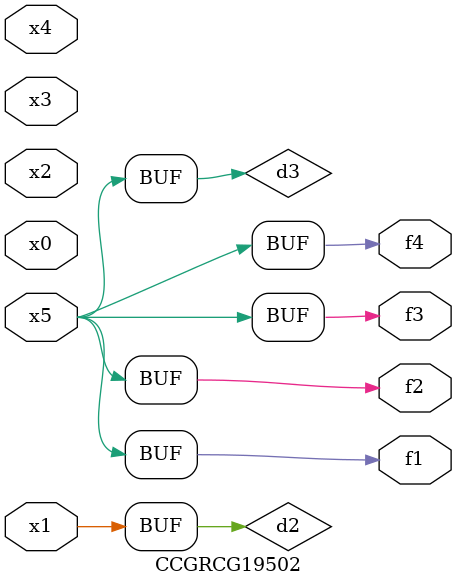
<source format=v>
module CCGRCG19502(
	input x0, x1, x2, x3, x4, x5,
	output f1, f2, f3, f4
);

	wire d1, d2, d3;

	not (d1, x5);
	or (d2, x1);
	xnor (d3, d1);
	assign f1 = d3;
	assign f2 = d3;
	assign f3 = d3;
	assign f4 = d3;
endmodule

</source>
